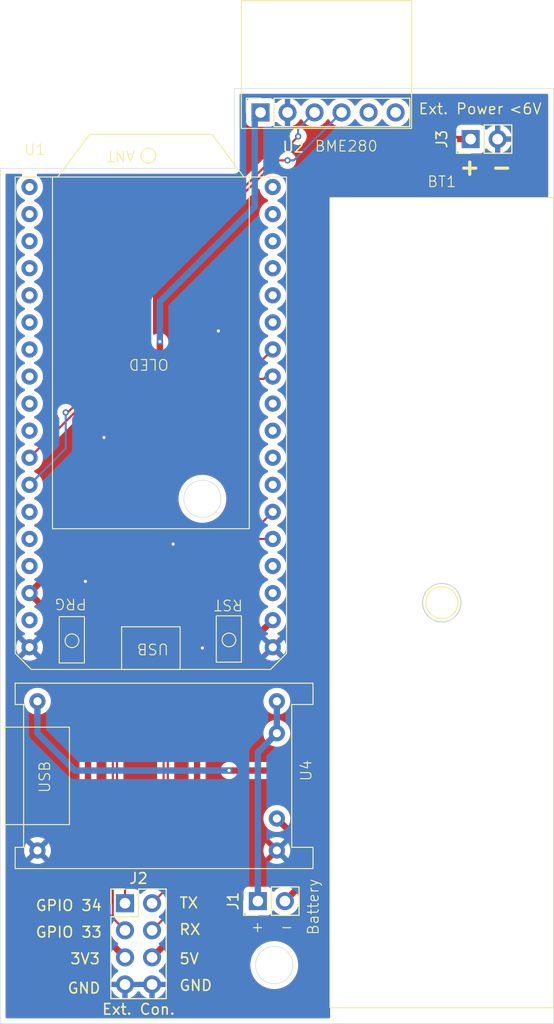
<source format=kicad_pcb>
(kicad_pcb (version 20240108) (generator "pcbnew") (generator_version "8.0")
  (layers (0 "F.Cu" signal) (31 "B.Cu" signal) (34 "B.Paste" user) (35 "F.Paste" user) (36 "B.SilkS" user "B.Silkscreen") (37 "F.SilkS" user "F.Silkscreen") (38 "B.Mask" user) (39 "F.Mask" user) (44 "Edge.Cuts" user))
  (net 0 "")
  (net 1 "GND")
  (net 2 "+3V3")
  (net 3 "/SDA")
  (net 4 "/GPIO_33")
  (net 5 "+5V")
  (net 6 "/SCL")
  (net 7 "/GPIO_34")
  (net 8 "/UART_TX")
  (net 9 "/UART_RX")
  (net 38 "VDD")
  (net 39 "GNDA")
  (net 40 "VCC")
  (footprint "Connector_PinHeader_2.54mm:PinHeader_1x02_P2.54mm_Vertical" (layer "F.Cu") (at 124.21 147 90)
    (property "Reference" "J1" (at 0 -2.33 90) (layer "F.SilkS"))
    (property "Value" "Battery Connector")
    (fp_line (start -1.33 -1.33) (end 0 -1.33) (stroke (width 0.12)) (layer "F.SilkS"))
    (fp_line (start -1.33 0) (end -1.33 -1.33) (stroke (width 0.12)) (layer "F.SilkS"))
    (fp_line (start 1.33 1.27) (end 1.33 3.87) (stroke (width 0.12)) (layer "F.SilkS"))
    (fp_line (start -1.33 1.27) (end 1.33 1.27) (stroke (width 0.12)) (layer "F.SilkS"))
    (fp_line (start -1.33 1.27) (end -1.33 3.87) (stroke (width 0.12)) (layer "F.SilkS"))
    (fp_line (start -1.33 3.87) (end 1.33 3.87) (stroke (width 0.12)) (layer "F.SilkS"))
    (pad "1" thru_hole rect (at 0 0 90) (size 1.7 1.7) (drill 1) (layers "*.Cu" "*.Mask") (net 40 "VCC"))
    (pad "2" thru_hole oval (at 0 2.54 90) (size 1.7 1.7) (drill 1) (layers "*.Cu" "*.Mask") (net 39 "GNDA"))
  )
  (footprint "custom_lib:Batteriehalter 18650" (layer "F.Cu") (at 141.5 119)
    (property "Reference" "BT1" (at 0 -39.5 0) (layer "F.SilkS") (effects (font (thickness 0.1))))
    (property "Value" "Battery_Cell")
    (fp_rect (start -10.5 -38) (end 10.5 38) (stroke (width 0.1)) (fill none) (layer "F.SilkS"))
    (fp_circle (center 0 0) (end 1.5 0) (stroke (width 0.1)) (fill none) (layer "F.SilkS"))
  )
  (footprint "custom_lib:Heltec Lora" (layer "F.Cu") (at 113.968 101.8064 180)
    (property "Reference" "U1" (at 10.718 25.3064 0) (layer "F.SilkS") (effects (font (thickness 0.1))))
    (property "Value" "Heltec_HTIT-WB32")
    (fp_line (start 12.5626 22.7462) (end 8.5626 22.7462) (stroke (width 0.1)) (layer "F.SilkS"))
    (fp_line (start 12.5626 -21.9538) (end 12.5626 22.7462) (stroke (width 0.1)) (layer "F.SilkS"))
    (fp_line (start 12.5626 -21.9538) (end 11.0626 -23.4538) (stroke (width 0.1)) (layer "F.SilkS"))
    (fp_line (start 8.5626 22.7462) (end 5.5626 26.7462) (stroke (width 0.1)) (layer "F.SilkS"))
    (fp_line (start -5.9374 26.7462) (end 5.5626 26.7462) (stroke (width 0.1)) (layer "F.SilkS"))
    (fp_line (start -8.9374 22.7462) (end -5.9374 26.7462) (stroke (width 0.1)) (layer "F.SilkS"))
    (fp_line (start -11.4374 -23.4538) (end 11.0626 -23.4538) (stroke (width 0.1)) (layer "F.SilkS"))
    (fp_line (start -12.9374 22.7462) (end -8.9374 22.7462) (stroke (width 0.1)) (layer "F.SilkS"))
    (fp_line (start -12.9374 22.7462) (end -12.9374 -21.9538) (stroke (width 0.1)) (layer "F.SilkS"))
    (fp_line (start -12.9374 -21.9538) (end -11.4374 -23.4538) (stroke (width 0.1)) (layer "F.SilkS"))
    (fp_rect (start 6.0618 -22.8468) (end 8.424 -18.5034) (stroke (width 0.1)) (fill none) (layer "F.SilkS"))
    (fp_rect (start -2.9374 -23.4538) (end 2.5626 -19.4538) (stroke (width 0.1)) (fill none) (layer "F.SilkS"))
    (fp_rect (start -8.6956 -22.7706) (end -6.3334 -18.4272) (stroke (width 0.1)) (fill none) (layer "F.SilkS"))
    (fp_rect (start -9.4374 -10.2538) (end 9.0626 22.7462) (stroke (width 0.1)) (fill none) (layer "F.SilkS"))
    (fp_circle (center 7.2302 -20.764) (end 7.3318 -21.399) (stroke (width 0.1)) (fill none) (layer "F.SilkS"))
    (fp_circle (center 0.042 24.7528) (end 0.542 25.2528) (stroke (width 0.1)) (fill none) (layer "F.SilkS"))
    (fp_circle (center -7.5272 -20.6878) (end -7.4256 -21.3228) (stroke (width 0.1)) (fill none) (layer "F.SilkS"))
    (fp_text user "USB" (at -1.9374 -20.9538 180) (layer "F.SilkS") (effects (font (thickness 0.1)) (justify left bottom)))
    (fp_text user "RST" (at -8.8988 -16.827 180) (layer "F.SilkS") (effects (font (thickness 0.1)) (justify left bottom)))
    (fp_text user "PRG" (at 5.7824 -16.7254 180) (layer "F.SilkS") (effects (font (thickness 0.1)) (justify left bottom)))
    (fp_text user "OLED" (at -1.9374 5.7462 180) (layer "F.SilkS") (effects (font (thickness 0.1)) (justify left bottom)))
    (fp_text user "ANT" (at 1.2358 25.3116 180) (layer "F.SilkS") (effects (font (thickness 0.1)) (justify left bottom)))
    (pad "1" thru_hole circle (at -11.642 -21.3736 180) (size 1.524 1.524) (drill 0.762) (layers "*.Cu" "*.Mask") (net 1 "GND"))
    (pad "2" thru_hole circle (at -11.642 -18.8336 180) (size 1.524 1.524) (drill 0.762) (layers "*.Cu" "*.Mask") (net 5 "+5V"))
    (pad "3" thru_hole circle (at -11.642 -16.2936 180) (size 1.524 1.524) (drill 0.762) (layers "*.Cu" "*.Mask"))
    (pad "4" thru_hole circle (at -11.642 -13.7536 180) (size 1.524 1.524) (drill 0.762) (layers "*.Cu" "*.Mask"))
    (pad "5" thru_hole circle (at -11.642 -11.2136 180) (size 1.524 1.524) (drill 0.762) (layers "*.Cu" "*.Mask") (net 9 "/UART_RX"))
    (pad "6" thru_hole circle (at -11.642 -8.6736 180) (size 1.524 1.524) (drill 0.762) (layers "*.Cu" "*.Mask") (net 8 "/UART_TX"))
    (pad "7" thru_hole circle (at -11.642 -6.1336 180) (size 1.524 1.524) (drill 0.762) (layers "*.Cu" "*.Mask"))
    (pad "8" thru_hole circle (at -11.642 -3.5936 180) (size 1.524 1.524) (drill 0.762) (layers "*.Cu" "*.Mask"))
    (pad "9" thru_hole circle (at -11.642 -1.0536 180) (size 1.524 1.524) (drill 0.762) (layers "*.Cu" "*.Mask"))
    (pad "10" thru_hole circle (at -11.642 1.4864 180) (size 1.524 1.524) (drill 0.762) (layers "*.Cu" "*.Mask"))
    (pad "11" thru_hole circle (at -11.642 4.0264 180) (size 1.524 1.524) (drill 0.762) (layers "*.Cu" "*.Mask") (net 7 "/GPIO_34"))
    (pad "12" thru_hole circle (at -11.642 6.5664 180) (size 1.524 1.524) (drill 0.762) (layers "*.Cu" "*.Mask") (net 4 "/GPIO_33"))
    (pad "13" thru_hole circle (at -11.642 9.1064 180) (size 1.524 1.524) (drill 0.762) (layers "*.Cu" "*.Mask"))
    (pad "14" thru_hole circle (at -11.642 11.6464 180) (size 1.524 1.524) (drill 0.762) (layers "*.Cu" "*.Mask"))
    (pad "15" thru_hole circle (at -11.642 14.1864 180) (size 1.524 1.524) (drill 0.762) (layers "*.Cu" "*.Mask"))
    (pad "16" thru_hole circle (at -11.642 16.7264 180) (size 1.524 1.524) (drill 0.762) (layers "*.Cu" "*.Mask"))
    (pad "17" thru_hole circle (at -11.642 19.2664 180) (size 1.524 1.524) (drill 0.762) (layers "*.Cu" "*.Mask"))
    (pad "18" thru_hole circle (at -11.642 21.8064 180) (size 1.524 1.524) (drill 0.762) (layers "*.Cu" "*.Mask"))
    (pad "19" thru_hole circle (at 11.218 -21.3736 180) (size 1.524 1.524) (drill 0.762) (layers "*.Cu" "*.Mask") (net 1 "GND"))
    (pad "20" thru_hole circle (at 11.218 -18.8336 180) (size 1.524 1.524) (drill 0.762) (layers "*.Cu" "*.Mask"))
    (pad "21" thru_hole circle (at 11.218 -16.2936 180) (size 1.524 1.524) (drill 0.762) (layers "*.Cu" "*.Mask") (net 2 "+3V3"))
    (pad "22" thru_hole circle (at 11.218 -13.7536 180) (size 1.524 1.524) (drill 0.762) (layers "*.Cu" "*.Mask"))
    (pad "23" thru_hole circle (at 11.218 -11.2136 180) (size 1.524 1.524) (drill 0.762) (layers "*.Cu" "*.Mask"))
    (pad "24" thru_hole circle (at 11.218 -8.6736 180) (size 1.524 1.524) (drill 0.762) (layers "*.Cu" "*.Mask"))
    (pad "25" thru_hole circle (at 11.218 -6.1336 180) (size 1.524 1.524) (drill 0.762) (layers "*.Cu" "*.Mask") (net 6 "/SCL"))
    (pad "26" thru_hole circle (at 11.218 -3.5936 180) (size 1.524 1.524) (drill 0.762) (layers "*.Cu" "*.Mask") (net 3 "/SDA"))
    (pad "27" thru_hole circle (at 11.218 -1.0536 180) (size 1.524 1.524) (drill 0.762) (layers "*.Cu" "*.Mask"))
    (pad "28" thru_hole circle (at 11.218 1.4864 180) (size 1.524 1.524) (drill 0.762) (layers "*.Cu" "*.Mask"))
    (pad "29" thru_hole circle (at 11.218 4.0264 180) (size 1.524 1.524) (drill 0.762) (layers "*.Cu" "*.Mask"))
    (pad "30" thru_hole circle (at 11.218 6.5664 180) (size 1.524 1.524) (drill 0.762) (layers "*.Cu" "*.Mask"))
    (pad "31" thru_hole circle (at 11.218 9.1064 180) (size 1.524 1.524) (drill 0.762) (layers "*.Cu" "*.Mask"))
    (pad "32" thru_hole circle (at 11.218 11.6464 180) (size 1.524 1.524) (drill 0.762) (layers "*.Cu" "*.Mask"))
    (pad "33" thru_hole circle (at 11.218 14.1864 180) (size 1.524 1.524) (drill 0.762) (layers "*.Cu" "*.Mask"))
    (pad "34" thru_hole circle (at 11.218 16.7264 180) (size 1.524 1.524) (drill 0.762) (layers "*.Cu" "*.Mask"))
    (pad "35" thru_hole circle (at 11.218 19.2664 180) (size 1.524 1.524) (drill 0.762) (layers "*.Cu" "*.Mask"))
    (pad "36" thru_hole circle (at 11.218 21.8064 180) (size 1.524 1.524) (drill 0.762) (layers "*.Cu" "*.Mask"))
  )
  (footprint "Connector_PinHeader_2.54mm:PinHeader_1x02_P2.54mm_Vertical" (layer "F.Cu") (at 144.21 75.5 90)
    (property "Reference" "J3" (at 0 -2.71 90) (layer "F.SilkS"))
    (property "Value" "External Power Supply (5V)")
    (fp_line (start -1.33 -1.33) (end 0 -1.33) (stroke (width 0.12)) (layer "F.SilkS"))
    (fp_line (start -1.33 0) (end -1.33 -1.33) (stroke (width 0.12)) (layer "F.SilkS"))
    (fp_line (start 1.33 1.27) (end 1.33 3.87) (stroke (width 0.12)) (layer "F.SilkS"))
    (fp_line (start -1.33 1.27) (end 1.33 1.27) (stroke (width 0.12)) (layer "F.SilkS"))
    (fp_line (start -1.33 1.27) (end -1.33 3.87) (stroke (width 0.12)) (layer "F.SilkS"))
    (fp_line (start -1.33 3.87) (end 1.33 3.87) (stroke (width 0.12)) (layer "F.SilkS"))
    (pad "1" thru_hole rect (at 0 0 90) (size 1.7 1.7) (drill 1) (layers "*.Cu" "*.Mask") (net 38 "VDD"))
    (pad "2" thru_hole oval (at 0 2.54 90) (size 1.7 1.7) (drill 1) (layers "*.Cu" "*.Mask") (net 1 "GND"))
  )
  (footprint "Connector_PinHeader_2.54mm:PinHeader_2x04_P2.54mm_Vertical" (layer "F.Cu") (at 111.725 147.199998)
    (property "Reference" "J2" (at 1.27 -2.33 0) (layer "F.SilkS"))
    (property "Value" "Ext. Con." (at 1.27 9.95 0) (layer "F.SilkS"))
    (fp_line (start -1.33 -1.33) (end 0 -1.33) (stroke (width 0.12)) (layer "F.SilkS"))
    (fp_line (start -1.33 0) (end -1.33 -1.33) (stroke (width 0.12)) (layer "F.SilkS"))
    (fp_line (start -1.33 1.27) (end -1.33 8.95) (stroke (width 0.12)) (layer "F.SilkS"))
    (fp_line (start -1.33 1.27) (end 1.27 1.27) (stroke (width 0.12)) (layer "F.SilkS"))
    (fp_line (start -1.33 8.95) (end 3.87 8.95) (stroke (width 0.12)) (layer "F.SilkS"))
    (fp_line (start 1.27 -1.33) (end 3.87 -1.33) (stroke (width 0.12)) (layer "F.SilkS"))
    (fp_line (start 1.27 1.27) (end 1.27 -1.33) (stroke (width 0.12)) (layer "F.SilkS"))
    (fp_line (start 3.87 -1.33) (end 3.87 8.95) (stroke (width 0.12)) (layer "F.SilkS"))
    (pad "1" thru_hole rect (at 0 0) (size 1.7 1.7) (drill 1) (layers "*.Cu" "*.Mask") (net 7 "/GPIO_34"))
    (pad "2" thru_hole oval (at 2.54 0) (size 1.7 1.7) (drill 1) (layers "*.Cu" "*.Mask") (net 8 "/UART_TX"))
    (pad "3" thru_hole oval (at 0 2.54) (size 1.7 1.7) (drill 1) (layers "*.Cu" "*.Mask") (net 4 "/GPIO_33"))
    (pad "4" thru_hole oval (at 2.54 2.54) (size 1.7 1.7) (drill 1) (layers "*.Cu" "*.Mask") (net 9 "/UART_RX"))
    (pad "5" thru_hole oval (at 0 5.08) (size 1.7 1.7) (drill 1) (layers "*.Cu" "*.Mask") (net 2 "+3V3"))
    (pad "6" thru_hole oval (at 2.54 5.08) (size 1.7 1.7) (drill 1) (layers "*.Cu" "*.Mask") (net 5 "+5V"))
    (pad "7" thru_hole oval (at 0 7.62) (size 1.7 1.7) (drill 1) (layers "*.Cu" "*.Mask") (net 1 "GND"))
    (pad "8" thru_hole oval (at 2.54 7.62) (size 1.7 1.7) (drill 1) (layers "*.Cu" "*.Mask") (net 1 "GND"))
  )
  (footprint "custom_lib:BME280" (layer "F.Cu") (at 124.46 73 90)
    (property "Reference" "U2" (at -3.25 3.08 180) (layer "F.SilkS"))
    (property "Value" "~")
    (fp_line (start 1.33 -1.33) (end 1.33 0) (stroke (width 0.12)) (layer "F.SilkS"))
    (fp_line (start 0 -1.33) (end 1.33 -1.33) (stroke (width 0.12)) (layer "F.SilkS"))
    (fp_line (start 1.33 1.27) (end 1.33 14.03) (stroke (width 0.12)) (layer "F.SilkS"))
    (fp_line (start -1.33 1.27) (end 1.33 1.27) (stroke (width 0.12)) (layer "F.SilkS"))
    (fp_line (start -1.33 1.27) (end -1.33 14.03) (stroke (width 0.12)) (layer "F.SilkS"))
    (fp_line (start -1.33 14.03) (end 1.33 14.03) (stroke (width 0.12)) (layer "F.SilkS"))
    (fp_rect (start -1.5 -1.8) (end 10.5 14.2) (stroke (width 0.1)) (fill none) (layer "F.SilkS"))
    (pad "1" thru_hole rect (at 0 0 90) (size 1.7 1.7) (drill 1) (layers "*.Cu" "*.Mask") (net 2 "+3V3"))
    (pad "2" thru_hole oval (at 0 2.54 90) (size 1.7 1.7) (drill 1) (layers "*.Cu" "*.Mask") (net 1 "GND"))
    (pad "3" thru_hole oval (at 0 5.08 90) (size 1.7 1.7) (drill 1) (layers "*.Cu" "*.Mask") (net 6 "/SCL"))
    (pad "4" thru_hole oval (at 0 7.62 90) (size 1.7 1.7) (drill 1) (layers "*.Cu" "*.Mask") (net 3 "/SDA"))
    (pad "5" thru_hole oval (at 0 10.16 90) (size 1.7 1.7) (drill 1) (layers "*.Cu" "*.Mask"))
    (pad "6" thru_hole oval (at 0 12.7 90) (size 1.7 1.7) (drill 1) (layers "*.Cu" "*.Mask"))
  )
  (footprint "custom_lib:TP4056" (layer "F.Cu") (at 129.3953 143.95 90)
    (property "Reference" "U4" (at 9.2 -0.65 90) (layer "F.SilkS") (effects (font (thickness 0.1))))
    (property "Value" "~")
    (fp_line (start 17.4 -28) (end 15.4 -28) (stroke (width 0.1)) (layer "F.SilkS"))
    (fp_line (start 15.4 -28) (end 15.4 -27.2) (stroke (width 0.1)) (layer "F.SilkS"))
    (fp_line (start 2 -28) (end 0 -28) (stroke (width 0.1)) (layer "F.SilkS"))
    (fp_line (start 0 -28) (end 0 0) (stroke (width 0.1)) (layer "F.SilkS"))
    (fp_line (start 15.4 -27.2) (end 2 -27.2) (stroke (width 0.1)) (layer "F.SilkS"))
    (fp_line (start 2 -27.2) (end 2 -28) (stroke (width 0.1)) (layer "F.SilkS"))
    (fp_line (start 15.416 -25.9) (end 15.416 -25.9) (stroke (width 0.1)) (layer "F.SilkS"))
    (fp_line (start 15.4 -2) (end 15.4 0) (stroke (width 0.1)) (layer "F.SilkS"))
    (fp_line (start 2 -2) (end 15.4 -2) (stroke (width 0.1)) (layer "F.SilkS"))
    (fp_line (start 17.4 0) (end 17.4 -28) (stroke (width 0.1)) (layer "F.SilkS"))
    (fp_line (start 15.4 0) (end 17.4 0) (stroke (width 0.1)) (layer "F.SilkS"))
    (fp_line (start 2 0) (end 2 -2) (stroke (width 0.1)) (layer "F.SilkS"))
    (fp_line (start 0 0) (end 2 0) (stroke (width 0.1)) (layer "F.SilkS"))
    (fp_rect (start 4.128 -28.9906) (end 13.272 -22.8946) (stroke (width 0.1)) (fill none) (layer "F.SilkS"))
    (fp_text user "USB" (at 7.034 -24.63 90) (layer "F.SilkS") (effects (font (thickness 0.1)) (justify left bottom)))
    (pad "1" thru_hole circle (at 15.7 -25.9 90) (size 1.524 1.524) (drill 0.762) (layers "*.Cu" "*.Mask") (net 38 "VDD"))
    (pad "2" thru_hole circle (at 1.7 -25.9 90) (size 1.524 1.524) (drill 0.762) (layers "*.Cu" "*.Mask") (net 1 "GND"))
    (pad "3" thru_hole circle (at 15.7 -3.4 90) (size 1.524 1.524) (drill 0.762) (layers "*.Cu" "*.Mask") (net 40 "VCC"))
    (pad "4" thru_hole circle (at 12.7 -3.4 90) (size 1.524 1.524) (drill 0.762) (layers "*.Cu" "*.Mask") (net 40 "VCC"))
    (pad "5" thru_hole circle (at 4.7 -3.4 90) (size 1.524 1.524) (drill 0.762) (layers "*.Cu" "*.Mask") (net 39 "GNDA"))
    (pad "6" thru_hole circle (at 1.7 -3.4 90) (size 1.524 1.524) (drill 0.762) (layers "*.Cu" "*.Mask") (net 1 "GND"))
  )
  (gr_circle (center 119 109.25) (end 119 107.5) (stroke (width 0.05)) (fill none) (layer "Edge.Cuts"))
  (gr_line (start 152 158.5) (end 100 158.5) (stroke (width 0.05)) (layer "Edge.Cuts"))
  (gr_circle (center 141.5 119) (end 143.302776 119) (stroke (width 0.1)) (fill none) (layer "Edge.Cuts"))
  (gr_line (start 152 70.75) (end 152 158.5) (stroke (width 0.05)) (layer "Edge.Cuts"))
  (gr_line (start 100 158.5) (end 100 78.25) (stroke (width 0.05)) (layer "Edge.Cuts"))
  (gr_line (start 100 78.25) (end 122 78.25) (stroke (width 0.05)) (layer "Edge.Cuts"))
  (gr_circle (center 125.75 153) (end 125.75 151.25) (stroke (width 0.05)) (fill none) (layer "Edge.Cuts"))
  (gr_line (start 122 78.25) (end 122 70.75) (stroke (width 0.05)) (layer "Edge.Cuts"))
  (gr_line (start 122 70.75) (end 152 70.75) (stroke (width 0.05)) (layer "Edge.Cuts"))
  (gr_text "RX" (at 116.75 150.25 0) (layer "F.SilkS") (effects (font (size 1 1)) (justify left bottom)))
  (gr_text "GND" (at 106.25 155.75 0) (layer "F.SilkS") (effects (font (size 1 1)) (justify left bottom)))
  (gr_text "BME280" (at 129.5 76.75 0) (layer "F.SilkS") (effects (font (size 1 1) (thickness 0.1)) (justify left bottom)))
  (gr_text "<6V" (at 147.75 73.25 0) (layer "F.SilkS") (effects (font (size 1 1)) (justify left bottom)))
  (gr_text "+" (at 123.5 150 0) (layer "F.SilkS") (effects (font (size 1 1) (thickness 0.1)) (justify left bottom)))
  (gr_text "TX" (at 116.765 147.75 0) (layer "F.SilkS") (effects (font (size 1 1)) (justify left bottom)))
  (gr_text "5V" (at 116.75 153 0) (layer "F.SilkS") (effects (font (size 1 1)) (justify left bottom)))
  (gr_text "-" (at 146 79 0) (layer "F.SilkS") (effects (font (size 1.5 1.5) (thickness 0.3) (bold yes)) (justify left bottom)))
  (gr_text "+" (at 143 79 0) (layer "F.SilkS") (effects (font (size 1.5 1.5) (thickness 0.3) (bold yes)) (justify left bottom)))
  (gr_text "3V3" (at 106.5 153 0) (layer "F.SilkS") (effects (font (size 1 1)) (justify left bottom)))
  (gr_text "GND" (at 116.75 155.5 0) (layer "F.SilkS") (effects (font (size 1 1)) (justify left bottom)))
  (gr_text "Ext. Power" (at 139.25 73.25 0) (layer "F.SilkS") (effects (font (size 1 1)) (justify left bottom)))
  (gr_text "-" (at 126.25 150 0) (layer "F.SilkS") (effects (font (size 1 1) (thickness 0.1)) (justify left bottom)))
  (gr_text "GPIO 33" (at 103.25 150.5 0) (layer "F.SilkS") (effects (font (size 1 1)) (justify left bottom)))
  (gr_text "GPIO 34" (at 103.25 148 0) (layer "F.SilkS") (effects (font (size 1 1)) (justify left bottom)))
  (gr_text "Battery" (at 130 150.25 90) (layer "F.SilkS") (effects (font (size 1 1) (thickness 0.1)) (justify left bottom)))
  (via (at 109.75 103.5) (size 0.6) (drill 0.3) (layers "F.Cu" "B.Cu") (net 1))
  (via (at 119 123.25) (size 0.6) (drill 0.3) (layers "F.Cu" "B.Cu") (net 1))
  (via (at 120.5 93.5) (size 0.6) (drill 0.3) (layers "F.Cu" "B.Cu") (net 1))
  (via (at 108 117) (size 0.6) (drill 0.3) (layers "F.Cu" "B.Cu") (net 1))
  (via (at 116.25 113.5) (size 0.6) (drill 0.3) (layers "F.Cu" "B.Cu") (net 1))
  (segment (start 109.75 109.5) (end 115 104.25) (width 0.6) (layer "F.Cu") (net 2))
  (segment (start 109.75 111.1) (end 109.75 109.5) (width 0.6) (layer "F.Cu") (net 2))
  (segment (start 108.25 123.6) (end 108.25 148.804998) (width 0.6) (layer "F.Cu") (net 2))
  (segment (start 102.75 118.1) (end 108.25 123.6) (width 0.6) (layer "F.Cu") (net 2))
  (segment (start 108.25 148.804998) (end 111.725 152.279998) (width 0.6) (layer "F.Cu") (net 2))
  (segment (start 102.75 118.1) (end 109.75 111.1) (width 0.6) (layer "F.Cu") (net 2))
  (segment (start 115 104.25) (end 115 94.5) (width 0.6) (layer "F.Cu") (net 2))
  (via (at 115 94.5) (size 0.6) (drill 0.3) (layers "F.Cu" "B.Cu") (net 2))
  (segment (start 123.92 73.54) (end 123.92 81.83) (width 0.6) (layer "B.Cu") (net 2))
  (segment (start 124.46 73) (end 123.92 73.54) (width 0.6) (layer "B.Cu") (net 2))
  (segment (start 115 90.75) (end 115 94.5) (width 0.6) (layer "B.Cu") (net 2))
  (segment (start 115 90.75) (end 123.92 81.83) (width 0.6) (layer "B.Cu") (net 2))
  (segment (start 102.75 105.4) (end 113.75 94.4) (width 0.2) (layer "F.Cu") (net 3))
  (segment (start 126 77.5) (end 113.75 89.75) (width 0.2) (layer "F.Cu") (net 3))
  (segment (start 113.75 94.4) (end 113.75 89.75) (width 0.2) (layer "F.Cu") (net 3))
  (segment (start 127 77.5) (end 126 77.5) (width 0.2) (layer "F.Cu") (net 3))
  (via (at 127 77.5) (size 0.6) (drill 0.3) (layers "F.Cu" "B.Cu") (net 3))
  (segment (start 127 77.5) (end 127.58 77.5) (width 0.2) (layer "B.Cu") (net 3))
  (segment (start 127.58 77.5) (end 132.08 73) (width 0.2) (layer "B.Cu") (net 3))
  (segment (start 111.725 149.739998) (end 110.575 148.589998) (width 0.2) (layer "F.Cu") (net 4))
  (segment (start 110.575 148.589998) (end 110.575 110.275) (width 0.2) (layer "F.Cu") (net 4))
  (segment (start 110.575 110.275) (end 125.61 95.24) (width 0.2) (layer "F.Cu") (net 4))
  (segment (start 118.5 148.044998) (end 118.5 127.75) (width 0.6) (layer "F.Cu") (net 5))
  (segment (start 118.5 127.75) (end 125.61 120.64) (width 0.6) (layer "F.Cu") (net 5))
  (segment (start 114.265 152.279998) (end 118.5 148.044998) (width 0.6) (layer "F.Cu") (net 5))
  (segment (start 126.034314 76.9) (end 113.25 89.684314) (width 0.2) (layer "F.Cu") (net 6))
  (segment (start 113.25 94.25) (end 106.349265 101.150735) (width 0.2) (layer "F.Cu") (net 6))
  (segment (start 106.349265 101.150735) (end 106.150735 101.150735) (width 0.2) (layer "F.Cu") (net 6))
  (segment (start 126.034314 76.9) (end 126.35 76.9) (width 0.2) (layer "F.Cu") (net 6))
  (segment (start 126.35 76.9) (end 128 75.25) (width 0.2) (layer "F.Cu") (net 6))
  (segment (start 113.25 89.684314) (end 113.25 94.25) (width 0.2) (layer "F.Cu") (net 6))
  (via (at 106.150735 101.150735) (size 0.6) (drill 0.3) (layers "F.Cu" "B.Cu") (net 6))
  (via (at 128 75.25) (size 0.6) (drill 0.3) (layers "F.Cu" "B.Cu") (net 6))
  (segment (start 106.150735 101.150735) (end 106.150735 104.539265) (width 0.2) (layer "B.Cu") (net 6))
  (segment (start 128 75.25) (end 128 74.54) (width 0.2) (layer "B.Cu") (net 6))
  (segment (start 106.150735 104.539265) (end 102.75 107.94) (width 0.2) (layer "B.Cu") (net 6))
  (segment (start 128 74.54) (end 129.54 73) (width 0.2) (layer "B.Cu") (net 6))
  (segment (start 111.725 147.199998) (end 111.725 145.25) (width 0.2) (layer "F.Cu") (net 7))
  (segment (start 124.75 98) (end 124.97 97.78) (width 0.2) (layer "F.Cu") (net 7))
  (segment (start 124.25 98) (end 124.75 98) (width 0.2) (layer "F.Cu") (net 7))
  (segment (start 124.97 97.78) (end 125.61 97.78) (width 0.2) (layer "F.Cu") (net 7))
  (segment (start 110.975 144.5) (end 110.975 111.275) (width 0.2) (layer "F.Cu") (net 7))
  (segment (start 110.975 111.275) (end 124.25 98) (width 0.2) (layer "F.Cu") (net 7))
  (segment (start 111.725 145.25) (end 110.975 144.5) (width 0.2) (layer "F.Cu") (net 7))
  (segment (start 115.35 146.114998) (end 115.35 120.74) (width 0.2) (layer "F.Cu") (net 8))
  (segment (start 115.42 120.67) (end 125.61 110.48) (width 0.2) (layer "F.Cu") (net 8))
  (segment (start 114.265 147.199998) (end 115.35 146.114998) (width 0.2) (layer "F.Cu") (net 8))
  (segment (start 115.35 120.74) (end 115.42 120.67) (width 0.2) (layer "F.Cu") (net 8))
  (segment (start 114.265 149.739998) (end 115.75 148.254998) (width 0.2) (layer "F.Cu") (net 9))
  (segment (start 115.75 148.254998) (end 115.75 120.905686) (width 0.2) (layer "F.Cu") (net 9))
  (segment (start 115.75 120.905686) (end 123.635686 113.02) (width 0.2) (layer "F.Cu") (net 9))
  (segment (start 123.635686 113.02) (end 125.61 113.02) (width 0.2) (layer "F.Cu") (net 9))
  (segment (start 139.25 77.75) (end 131.5 77.75) (width 0.6) (layer "F.Cu") (net 38))
  (segment (start 131.5 77.75) (end 128.75 80.5) (width 0.6) (layer "F.Cu") (net 38))
  (segment (start 126 134.75) (end 121.5 134.75) (width 0.6) (layer "F.Cu") (net 38))
  (segment (start 128.75 132) (end 126 134.75) (width 0.6) (layer "F.Cu") (net 38))
  (segment (start 128.75 80.5) (end 128.75 132) (width 0.6) (layer "F.Cu") (net 38))
  (segment (start 144.21 75.5) (end 141.5 75.5) (width 0.6) (layer "F.Cu") (net 38))
  (segment (start 141.5 75.5) (end 139.25 77.75) (width 0.6) (layer "F.Cu") (net 38))
  (via (at 121.5 134.75) (size 0.6) (drill 0.3) (layers "F.Cu" "B.Cu") (net 38))
  (segment (start 103.4953 131.2453) (end 103.4953 128.25) (width 0.6) (layer "B.Cu") (net 38))
  (segment (start 121.5 134.75) (end 107 134.75) (width 0.6) (layer "B.Cu") (net 38))
  (segment (start 107 134.75) (end 103.4953 131.2453) (width 0.6) (layer "B.Cu") (net 38))
  (segment (start 127.262 140.512) (end 127.75 141) (width 0.6) (layer "F.Cu") (net 39))
  (segment (start 127.75 141) (end 127.75 146) (width 0.6) (layer "F.Cu") (net 39))
  (segment (start 127.2573 140.512) (end 127.262 140.512) (width 0.6) (layer "F.Cu") (net 39))
  (segment (start 127.75 146) (end 126.75 147) (width 0.6) (layer "F.Cu") (net 39))
  (segment (start 125.9953 139.25) (end 127.2573 140.512) (width 0.6) (layer "F.Cu") (net 39))
  (segment (start 124.21 147) (end 124.21 133.0353) (width 0.6) (layer "B.Cu") (net 40))
  (segment (start 125.9953 131.25) (end 125.9953 128.25) (width 0.6) (layer "B.Cu") (net 40))
  (segment (start 124.21 133.0353) (end 125.9953 131.25) (width 0.6) (layer "B.Cu") (net 40))
  (zone (net 1) (net_name "GND") (layer "F.Cu") (connect_pads (clearance 0.5)) (min_thickness 0.25) (fill yes (thermal_gap 0.5) (thermal_bridge_width 0.5))
    (polygon (pts (xy 100 78.75) (xy 122 78.75) (xy 122 70.75) (xy 152 70.75) (xy 152 158.5) (xy 100 158.5)))
  )
  (zone (net 0) (net_name "") (layers "F&B.Cu") (connect_pads (clearance 0)) (min_thickness 0.25)
    (keepout (tracks allowed) (vias allowed) (pads allowed) (copperpour not_allowed) (footprints allowed))
    (fill (thermal_gap 0.5) (thermal_bridge_width 0.5))
    (polygon (pts (xy 152 81) (xy 131 81) (xy 131 158.5) (xy 152 158.5)))
  )
  (zone (net 1) (net_name "GND") (layer "B.Cu") (priority 1) (connect_pads (clearance 0.5)) (min_thickness 0.25) (fill yes (thermal_gap 0.5) (thermal_bridge_width 0.5))
    (polygon (pts (xy 100 78.75) (xy 122 78.75) (xy 122 70.75) (xy 152 70.75) (xy 152 158.5) (xy 100 158.5)))
  )
)
</source>
